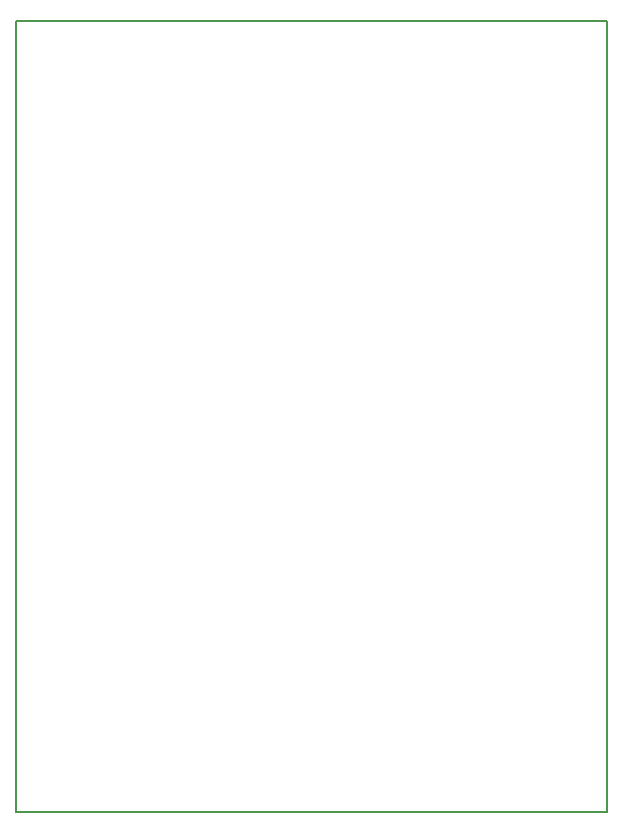
<source format=gbr>
G04 #@! TF.GenerationSoftware,KiCad,Pcbnew,7.0.8-7.0.8~ubuntu22.04.1*
G04 #@! TF.CreationDate,2024-03-20T18:35:26+09:00*
G04 #@! TF.ProjectId,emeater,656d6561-7465-4722-9e6b-696361645f70,rev?*
G04 #@! TF.SameCoordinates,Original*
G04 #@! TF.FileFunction,Profile,NP*
%FSLAX46Y46*%
G04 Gerber Fmt 4.6, Leading zero omitted, Abs format (unit mm)*
G04 Created by KiCad (PCBNEW 7.0.8-7.0.8~ubuntu22.04.1) date 2024-03-20 18:35:26*
%MOMM*%
%LPD*%
G01*
G04 APERTURE LIST*
G04 #@! TA.AperFunction,Profile*
%ADD10C,0.200000*%
G04 #@! TD*
G04 APERTURE END LIST*
D10*
X150000000Y-124000000D02*
X150000000Y-57000000D01*
X100000000Y-57000000D02*
X100000000Y-124000000D01*
X100000000Y-124000000D02*
X150000000Y-124000000D01*
X100000000Y-57000000D02*
X150000000Y-57000000D01*
M02*

</source>
